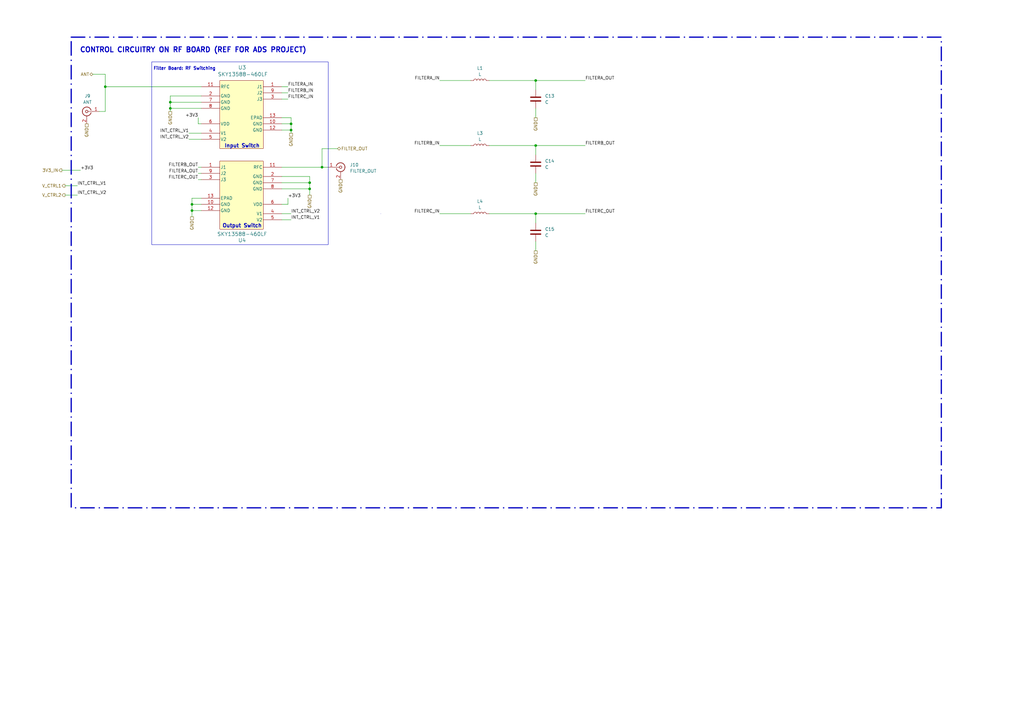
<source format=kicad_sch>
(kicad_sch (version 20231120) (generator "eeschema") (generator_version "8.0")
  (paper "A3")
  (title_block (title "Filter + Matching Networks") (date "2025-04-02") (rev "v1.1"))
  (lib_symbols
    (symbol "Connector:Conn_Coaxial" (pin_names (offset 1.016) hide)
      (property "Reference" "J" (at 0.254 3.048 0))
      (property "Value" "Conn_Coaxial" (at 2.921 0 90))
      (symbol "Conn_Coaxial_0_1"
        (arc (start -1.778 -0.508) (mid 0.2311 -1.8066) (end 1.778 0) (stroke (width 0.254)))
        (polyline (pts (xy -2.54 0) (xy -0.508 0)))
        (polyline (pts (xy 0 -2.54) (xy 0 -1.778)))
        (circle (center 0 0) (radius 0.508) (stroke (width 0.2032)))
        (arc (start 1.778 0) (mid 0.2099 1.8101) (end -1.778 0.508) (stroke (width 0.254)))
      )
      (symbol "Conn_Coaxial_1_1"
        (pin passive line (at -5.08 0 0) (length 2.54) (name "In") (number "1"))
        (pin passive line (at 0 -5.08 90) (length 2.54) (name "Ext") (number "2"))
      )
    )
    (symbol "Device:C" (pin_numbers hide) (pin_names (offset 0.254))
      (property "Reference" "C" (at 0.635 2.54 0))
      (property "Value" "C" (at 0.635 -2.54 0))
      (symbol "C_0_1"
        (polyline (pts (xy -2.032 -0.762) (xy 2.032 -0.762)) (stroke (width 0.508)))
        (polyline (pts (xy -2.032 0.762) (xy 2.032 0.762)) (stroke (width 0.508)))
      )
      (symbol "C_1_1"
        (pin passive line (at 0 3.81 270) (length 2.794) (name "~") (number "1"))
        (pin passive line (at 0 -3.81 90) (length 2.794) (name "~") (number "2"))
      )
    )
    (symbol "Device:L" (pin_numbers hide) (pin_names (offset 1.016) hide)
      (property "Reference" "L" (at -1.27 0 90))
      (property "Value" "L" (at 1.905 0 90))
      (symbol "L_0_1"
        (arc (start 0 -2.54) (mid 0.6323 -1.905) (end 0 -1.27))
        (arc (start 0 -1.27) (mid 0.6323 -0.635) (end 0 0))
        (arc (start 0 0) (mid 0.6323 0.635) (end 0 1.27))
        (arc (start 0 1.27) (mid 0.6323 1.905) (end 0 2.54))
      )
      (symbol "L_1_1"
        (pin passive line (at 0 3.81 270) (length 1.27) (name "1") (number "1"))
        (pin passive line (at 0 -3.81 90) (length 1.27) (name "2") (number "2"))
      )
    )
    (symbol "Radio Telescope:SKY13588-460LF" (pin_names (offset 0.254))
      (property "Reference" "U" (at 16.764 9.906 0))
      (property "Value" "SKY13588-460LF" (at 16.764 7.366 0))
      (symbol "SKY13588-460LF_0_1"
        (pin power_out line (at 33.02 -12.7 180) (length 7.62) (name "GND") (number "10"))
        (pin power_out line (at 33.02 -15.24 180) (length 7.62) (name "GND") (number "12"))
        (pin power_out line (at 33.02 -10.16 180) (length 7.62) (name "EPAD") (number "13"))
        (pin power_out line (at 0 -1.27 0) (length 7.62) (name "GND") (number "2"))
        (pin bidirectional line (at 33.02 -2.54 180) (length 7.62) (name "J3") (number "3"))
        (pin bidirectional line (at 0 -16.51 0) (length 7.62) (name "V1") (number "4"))
        (pin bidirectional line (at 0 -19.05 0) (length 7.62) (name "V2") (number "5"))
        (pin power_in line (at 0 -12.7 0) (length 7.62) (name "VDD") (number "6"))
        (pin power_out line (at 0 -3.81 0) (length 7.62) (name "GND") (number "7"))
        (pin power_out line (at 0 -6.35 0) (length 7.62) (name "GND") (number "8"))
        (pin bidirectional line (at 33.02 0 180) (length 7.62) (name "J2") (number "9"))
      )
      (symbol "SKY13588-460LF_1_1"
        (rectangle (start 7.62 5.08) (end 25.4 -22.86) (fill (type background)))
        (pin bidirectional line (at 33.02 2.54 180) (length 7.62) (name "J1") (number "1"))
        (pin bidirectional line (at 0 2.54 0) (length 7.62) (name "RFC") (number "11"))
      )
    )
  )
  (junction (at 219.71 87.63))
  (junction (at 132.08 68.58))
  (junction (at 219.71 33.02))
  (junction (at 219.71 59.69))
  (junction (at 69.85 41.91))
  (junction (at 127 74.93))
  (junction (at 78.74 83.82))
  (junction (at 69.85 44.45))
  (junction (at 119.38 50.8))
  (junction (at 43.18 35.56))
  (junction (at 78.74 86.36))
  (junction (at 127 77.47))
  (junction (at 119.38 53.34))
  (wire (pts (xy 115.57 87.63) (xy 119.38 87.63)))
  (wire (pts (xy 38.1 30.48) (xy 43.18 30.48)))
  (wire (pts (xy 118.11 40.64) (xy 115.57 40.64)))
  (wire (pts (xy 118.11 38.1) (xy 115.57 38.1)))
  (wire (pts (xy 180.34 33.02) (xy 193.04 33.02)))
  (wire (pts (xy 219.71 59.69) (xy 240.03 59.69)))
  (wire (pts (xy 119.38 48.26) (xy 119.38 50.8)))
  (wire (pts (xy 219.71 33.02) (xy 219.71 36.83)))
  (wire (pts (xy 180.34 59.69) (xy 193.04 59.69)))
  (wire (pts (xy 81.28 73.66) (xy 82.55 73.66)))
  (wire (pts (xy 40.64 45.72) (xy 43.18 45.72)))
  (wire (pts (xy 219.71 44.45) (xy 219.71 48.26)))
  (wire (pts (xy 69.85 45.72) (xy 69.85 44.45)))
  (wire (pts (xy 119.38 53.34) (xy 119.38 54.61)))
  (wire (pts (xy 82.55 39.37) (xy 69.85 39.37)))
  (wire (pts (xy 78.74 86.36) (xy 78.74 83.82)))
  (wire (pts (xy 134.62 68.58) (xy 132.08 68.58)))
  (wire (pts (xy 115.57 83.82) (xy 118.11 83.82)))
  (wire (pts (xy 26.67 76.2) (xy 31.75 76.2)))
  (wire (pts (xy 82.55 86.36) (xy 78.74 86.36)))
  (wire (pts (xy 219.71 87.63) (xy 240.03 87.63)))
  (wire (pts (xy 81.28 50.8) (xy 82.55 50.8)))
  (wire (pts (xy 115.57 74.93) (xy 127 74.93)))
  (wire (pts (xy 69.85 41.91) (xy 69.85 44.45)))
  (wire (pts (xy 200.66 59.69) (xy 219.71 59.69)))
  (wire (pts (xy 77.47 57.15) (xy 82.55 57.15)))
  (wire (pts (xy 138.43 60.96) (xy 132.08 60.96)))
  (wire (pts (xy 82.55 81.28) (xy 78.74 81.28)))
  (wire (pts (xy 69.85 39.37) (xy 69.85 41.91)))
  (wire (pts (xy 115.57 77.47) (xy 127 77.47)))
  (wire (pts (xy 115.57 90.17) (xy 119.38 90.17)))
  (wire (pts (xy 219.71 59.69) (xy 219.71 63.5)))
  (wire (pts (xy 26.67 80.01) (xy 31.75 80.01)))
  (wire (pts (xy 25.4 69.85) (xy 33.02 69.85)))
  (wire (pts (xy 77.47 54.61) (xy 82.55 54.61)))
  (wire (pts (xy 69.85 44.45) (xy 82.55 44.45)))
  (wire (pts (xy 127 80.01) (xy 127 77.47)))
  (wire (pts (xy 219.71 87.63) (xy 219.71 91.44)))
  (wire (pts (xy 127 77.47) (xy 127 74.93)))
  (wire (pts (xy 43.18 45.72) (xy 43.18 35.56)))
  (wire (pts (xy 115.57 72.39) (xy 127 72.39)))
  (wire (pts (xy 132.08 60.96) (xy 132.08 68.58)))
  (wire (pts (xy 119.38 50.8) (xy 119.38 53.34)))
  (wire (pts (xy 132.08 68.58) (xy 115.57 68.58)))
  (wire (pts (xy 115.57 50.8) (xy 119.38 50.8)))
  (wire (pts (xy 200.66 87.63) (xy 219.71 87.63)))
  (wire (pts (xy 43.18 35.56) (xy 82.55 35.56)))
  (wire (pts (xy 219.71 99.06) (xy 219.71 102.87)))
  (wire (pts (xy 81.28 71.12) (xy 82.55 71.12)))
  (wire (pts (xy 78.74 83.82) (xy 82.55 83.82)))
  (wire (pts (xy 219.71 33.02) (xy 240.03 33.02)))
  (wire (pts (xy 78.74 83.82) (xy 78.74 81.28)))
  (wire (pts (xy 69.85 41.91) (xy 82.55 41.91)))
  (wire (pts (xy 180.34 87.63) (xy 193.04 87.63)))
  (wire (pts (xy 118.11 83.82) (xy 118.11 81.28)))
  (wire (pts (xy 81.28 68.58) (xy 82.55 68.58)))
  (wire (pts (xy 200.66 33.02) (xy 219.71 33.02)))
  (wire (pts (xy 43.18 30.48) (xy 43.18 35.56)))
  (wire (pts (xy 118.11 35.56) (xy 115.57 35.56)))
  (wire (pts (xy 115.57 53.34) (xy 119.38 53.34)))
  (wire (pts (xy 219.71 71.12) (xy 219.71 74.93)))
  (wire (pts (xy 115.57 48.26) (xy 119.38 48.26)))
  (wire (pts (xy 78.74 88.9) (xy 78.74 86.36)))
  (wire (pts (xy 127 74.93) (xy 127 72.39)))
  (wire (pts (xy 81.28 48.26) (xy 81.28 50.8)))
  (rectangle (start 62.23 25.4) (end 134.62 100.33))
  (rectangle (start 156.21 87.63) (end 156.21 87.63))
  (rectangle (start 29.21 15.24) (end 386.08 208.28) (stroke (width 0.508) (type dash_dot)))
  (text "Input Switch" (at 99.314 59.944 0) (effects (font (size 1.524 1.524) (thickness 0.3048) (bold yes))))
  (text "Filter Board: RF Switching" (at 75.692 28.194 0) (effects (font (size 1.27 1.27) (thickness 0.254) (bold yes))))
  (text "Output Switch" (at 99.314 92.71 0) (effects (font (size 1.524 1.524) (thickness 0.3048) (bold yes))))
  (text "CONTROL CIRCUITRY ON RF BOARD (REF FOR ADS PROJECT)" (at 79.248 20.574 0) (effects (font (size 2.032 2.032) (thickness 0.4064) (bold yes))))
  (label "FILTERC_IN" (at 180.34 87.63 180))
  (label "FILTERC_IN" (at 118.11 40.64 0))
  (label "+3V3" (at 81.28 48.26 180))
  (label "INT_CTRL_V1" (at 77.47 54.61 180))
  (label "FILTERA_IN" (at 118.11 35.56 0))
  (label "FILTERB_IN" (at 118.11 38.1 0))
  (label "INT_CTRL_V1" (at 119.38 90.17 0))
  (label "INT_CTRL_V2" (at 119.38 87.63 0))
  (label "FILTERB_OUT" (at 240.03 59.69 0))
  (label "+3V3" (at 33.02 69.85 0))
  (label "FILTERC_OUT" (at 240.03 87.63 0))
  (label "+3V3" (at 118.11 81.28 0))
  (label "FILTERB_IN" (at 180.34 59.69 180))
  (label "INT_CTRL_V2" (at 31.75 80.01 0))
  (label "FILTERA_OUT" (at 81.28 71.12 180))
  (label "FILTERC_OUT" (at 81.28 73.66 180))
  (label "INT_CTRL_V1" (at 31.75 76.2 0))
  (label "FILTERB_OUT" (at 81.28 68.58 180))
  (label "INT_CTRL_V2" (at 77.47 57.15 180))
  (label "FILTERA_OUT" (at 240.03 33.02 0))
  (label "FILTERA_IN" (at 180.34 33.02 180))
  (hierarchical_label "GND" (shape passive) (at 119.38 54.61 270))
  (hierarchical_label "GND" (shape passive) (at 69.85 45.72 270))
  (hierarchical_label "V_CTRL1" (shape output) (at 26.67 76.2 180))
  (hierarchical_label "GND" (shape passive) (at 219.71 74.93 270))
  (hierarchical_label "GND" (shape passive) (at 78.74 88.9 270))
  (hierarchical_label "FILTER_OUT" (shape bidirectional) (at 138.43 60.96 0))
  (hierarchical_label "GND" (shape passive) (at 219.71 102.87 270))
  (hierarchical_label "GND" (shape passive) (at 139.7 73.66 270))
  (hierarchical_label "ANT" (shape bidirectional) (at 38.1 30.48 180))
  (hierarchical_label "GND" (shape passive) (at 219.71 48.26 270))
  (hierarchical_label "GND" (shape passive) (at 127 80.01 270))
  (hierarchical_label "3V3_IN" (shape output) (at 25.4 69.85 180))
  (hierarchical_label "V_CTRL2" (shape output) (at 26.67 80.01 180))
  (hierarchical_label "GND" (shape passive) (at 35.56 50.8 270))
  (symbol (lib_id "Radio Telescope:SKY13588-460LF") (at 82.55 38.1 0) (unit 1)
    (property "Reference" "U3" (at 99.314 27.686 0) (effects (font (size 1.524 1.524))))
    (property "Value" "SKY13588-460LF" (at 99.568 30.48 0) (effects (font (size 1.524 1.524))))
    (property "Footprint" "Library:QFN12_SKY" (effects (hide yes)))
    (property "Datasheet" "SKY13588-460LF" (effects (hide yes)))
  )
  (symbol (lib_id "Device:C") (at 219.71 67.31 0) (unit 1)
    (property "Reference" "C14" (at 223.52 66.0399 0) (effects (justify left)))
    (property "Value" "C" (at 223.52 68.5799 0) (effects (justify left)))
    (property "Footprint" "Capacitor_SMD:C_0805_2012Metric" (effects (hide yes)))
    (property "Description" "Unpolarized capacitor" (effects (hide yes)))
  )
  (symbol (lib_id "Device:C") (at 219.71 40.64 0) (unit 1)
    (property "Reference" "C13" (at 223.52 39.3699 0) (effects (justify left)))
    (property "Value" "C" (at 223.52 41.9099 0) (effects (justify left)))
    (property "Footprint" "Capacitor_SMD:C_0805_2012Metric" (effects (hide yes)))
    (property "Description" "Unpolarized capacitor" (effects (hide yes)))
  )
  (symbol (lib_id "Device:L") (at 196.85 59.69 90) (unit 1)
    (property "Reference" "L3" (at 196.85 54.61 90))
    (property "Value" "L" (at 196.85 57.15 90))
    (property "Footprint" "Inductor_SMD:L_0805_2012Metric" (effects (hide yes)))
    (property "Description" "Inductor" (effects (hide yes)))
  )
  (symbol (lib_id "Device:L") (at 196.85 33.02 90) (unit 1)
    (property "Reference" "L1" (at 196.85 27.94 90))
    (property "Value" "L" (at 196.85 30.48 90))
    (property "Footprint" "Inductor_SMD:L_0805_2012Metric" (effects (hide yes)))
    (property "Description" "Inductor" (effects (hide yes)))
  )
  (symbol (lib_id "Connector:Conn_Coaxial") (at 35.56 45.72 0) (mirror y) (unit 1)
    (property "Reference" "J9" (at 35.8774 39.37 0))
    (property "Value" "ANT" (at 35.8774 41.91 0))
    (property "Footprint" "Library:CONN_142-0711-821_CIN" (effects (hide yes)))
    (property "Description" "coaxial connector (BNC, SMA, SMB, SMC, Cinch/RCA, LEMO, ...)" (effects (hide yes)))
  )
  (symbol (lib_id "Radio Telescope:SKY13588-460LF") (at 115.57 71.12 0) (mirror y) (unit 1)
    (property "Reference" "U4" (at 99.314 98.552 0) (effects (font (size 1.524 1.524))))
    (property "Value" "SKY13588-460LF" (at 99.314 96.012 0) (effects (font (size 1.524 1.524))))
    (property "Footprint" "Library:QFN12_SKY" (effects (hide yes)))
    (property "Datasheet" "SKY13588-460LF" (effects (hide yes)))
  )
  (symbol (lib_id "Device:C") (at 219.71 95.25 0) (unit 1)
    (property "Reference" "C15" (at 223.52 93.9799 0) (effects (justify left)))
    (property "Value" "C" (at 223.52 96.5199 0) (effects (justify left)))
    (property "Footprint" "Capacitor_SMD:C_0805_2012Metric" (effects (hide yes)))
    (property "Description" "Unpolarized capacitor" (effects (hide yes)))
  )
  (symbol (lib_id "Device:L") (at 196.85 87.63 90) (unit 1)
    (property "Reference" "L4" (at 196.85 82.55 90))
    (property "Value" "L" (at 196.85 85.09 90))
    (property "Footprint" "Inductor_SMD:L_0805_2012Metric" (effects (hide yes)))
    (property "Description" "Inductor" (effects (hide yes)))
  )
  (symbol (lib_id "Connector:Conn_Coaxial") (at 139.7 68.58 0) (unit 1)
    (property "Reference" "J10" (at 143.51 67.6031 0) (effects (justify left)))
    (property "Value" "FILTER_OUT" (at 143.51 70.1431 0) (effects (justify left)))
    (property "Footprint" "Library:CONN_142-0711-821_CIN" (effects (hide yes)))
    (property "Description" "coaxial connector (BNC, SMA, SMB, SMC, Cinch/RCA, LEMO, ...)" (effects (hide yes)))
  )
)
</source>
